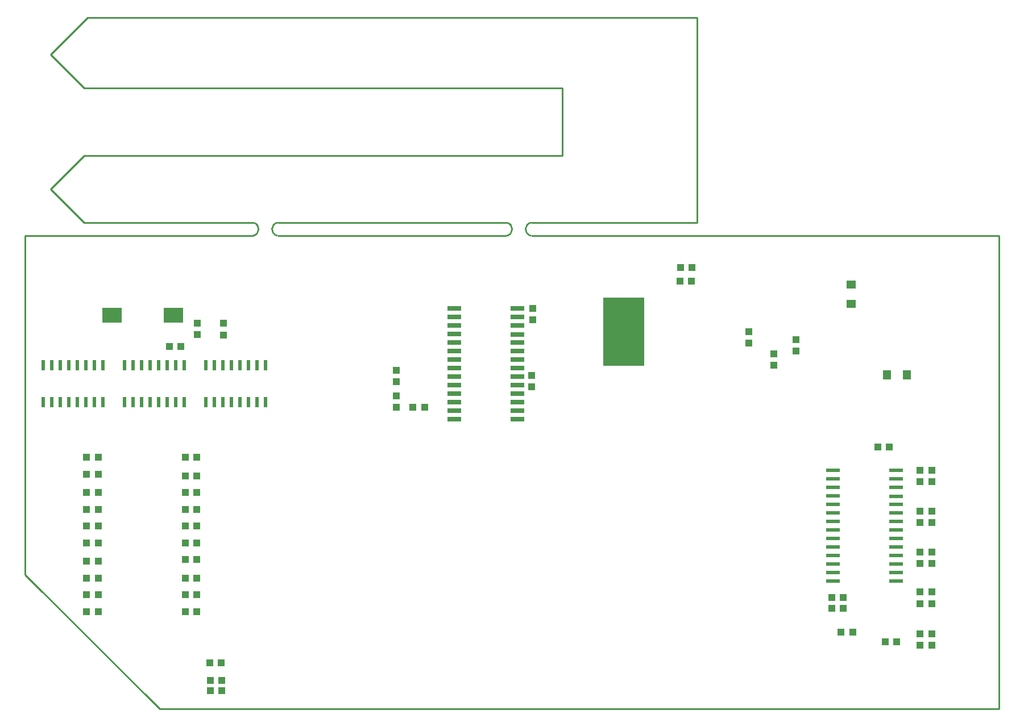
<source format=gtp>
%FSLAX25Y25*%
%MOIN*%
G70*
G01*
G75*
G04 Layer_Color=8421504*
%ADD10R,0.05118X0.05512*%
%ADD11R,0.05512X0.05118*%
%ADD12R,0.07874X0.02756*%
%ADD13R,0.03937X0.04331*%
%ADD14R,0.04331X0.03937*%
%ADD15R,0.11811X0.09055*%
%ADD16R,0.24016X0.40000*%
%ADD17R,0.07874X0.02362*%
%ADD18R,0.02362X0.06102*%
%ADD19C,0.03937*%
%ADD20C,0.01000*%
%ADD21C,0.02756*%
%ADD22C,0.05906*%
%ADD23C,0.01969*%
%ADD24C,0.07874*%
%ADD25C,0.01575*%
%ADD26C,0.27559*%
%ADD27C,0.07874*%
%ADD28O,0.05906X0.02953*%
%ADD29C,0.07087*%
%ADD30C,0.09843*%
%ADD31C,0.05906*%
%ADD32C,0.08661*%
%ADD33R,0.06299X0.06299*%
%ADD34C,0.06299*%
%ADD35R,0.06299X0.06299*%
%ADD36R,0.05906X0.05906*%
%ADD37C,0.04724*%
%ADD38C,0.01969*%
%ADD39R,0.05906X0.05906*%
%ADD40O,0.03937X0.07874*%
%ADD41O,0.07874X0.04331*%
%ADD42C,0.05000*%
%ADD43C,0.02756*%
%ADD44C,0.03543*%
%ADD45C,0.06693*%
D10*
X505315Y195866D02*
D03*
X516732D02*
D03*
D11*
X484252Y237598D02*
D03*
Y249016D02*
D03*
D12*
X288583Y234921D02*
D03*
X251575D02*
D03*
Y169921D02*
D03*
Y189921D02*
D03*
Y219921D02*
D03*
Y214921D02*
D03*
Y204921D02*
D03*
Y179921D02*
D03*
Y184921D02*
D03*
Y194921D02*
D03*
Y209921D02*
D03*
Y199921D02*
D03*
Y224921D02*
D03*
Y174921D02*
D03*
Y229921D02*
D03*
X288583D02*
D03*
Y174921D02*
D03*
Y224921D02*
D03*
Y199921D02*
D03*
Y209921D02*
D03*
Y194921D02*
D03*
Y184921D02*
D03*
Y219646D02*
D03*
Y179921D02*
D03*
Y204921D02*
D03*
Y214921D02*
D03*
Y189921D02*
D03*
Y169921D02*
D03*
D13*
X296850Y195669D02*
D03*
Y188976D02*
D03*
X297638Y228346D02*
D03*
Y235039D02*
D03*
X424213Y214567D02*
D03*
Y221260D02*
D03*
X531496Y61811D02*
D03*
Y68504D02*
D03*
X531496Y37402D02*
D03*
Y44094D02*
D03*
X524409D02*
D03*
Y37402D02*
D03*
Y68504D02*
D03*
Y61811D02*
D03*
Y140157D02*
D03*
Y133465D02*
D03*
X531496Y133465D02*
D03*
Y140157D02*
D03*
Y109449D02*
D03*
Y116142D02*
D03*
X524409Y116142D02*
D03*
Y109449D02*
D03*
X531496Y85433D02*
D03*
Y92126D02*
D03*
X524409D02*
D03*
Y85433D02*
D03*
X217520Y176969D02*
D03*
Y183661D02*
D03*
X217520Y198622D02*
D03*
Y191929D02*
D03*
X438976Y201772D02*
D03*
Y208465D02*
D03*
X116142Y219488D02*
D03*
Y226181D02*
D03*
X100787Y219685D02*
D03*
Y226378D02*
D03*
X451772Y216535D02*
D03*
Y209842D02*
D03*
D14*
X84646Y212598D02*
D03*
X91339D02*
D03*
X390748Y258858D02*
D03*
X384055D02*
D03*
X42717Y147638D02*
D03*
X36024D02*
D03*
X42717Y137795D02*
D03*
X36024D02*
D03*
X42717Y57087D02*
D03*
X36024D02*
D03*
X42717Y66929D02*
D03*
X36024D02*
D03*
X42717Y76772D02*
D03*
X36024D02*
D03*
X42717Y86614D02*
D03*
X36024D02*
D03*
X42717Y97441D02*
D03*
X36024D02*
D03*
X42717Y107283D02*
D03*
X36024D02*
D03*
X42717Y117126D02*
D03*
X36024D02*
D03*
X42717Y126969D02*
D03*
X36024D02*
D03*
X93898Y147638D02*
D03*
X100591D02*
D03*
X93898Y136811D02*
D03*
X100591D02*
D03*
X93898Y126969D02*
D03*
X100591D02*
D03*
X93898Y117126D02*
D03*
X100591D02*
D03*
X93898Y107283D02*
D03*
X100591D02*
D03*
X93898Y97441D02*
D03*
X100591D02*
D03*
X93898Y87598D02*
D03*
X100591D02*
D03*
X93898Y76772D02*
D03*
X100591D02*
D03*
X93898Y66929D02*
D03*
X100591D02*
D03*
X93898Y57087D02*
D03*
X100591D02*
D03*
X108661Y10630D02*
D03*
X115354D02*
D03*
X108661Y16535D02*
D03*
X115354D02*
D03*
X108268Y27165D02*
D03*
X114961D02*
D03*
X500000Y153543D02*
D03*
X506693D02*
D03*
X504331Y39370D02*
D03*
X511024D02*
D03*
X485039Y44882D02*
D03*
X478346D02*
D03*
X472835Y59055D02*
D03*
X479528D02*
D03*
X472835Y65354D02*
D03*
X479528D02*
D03*
X383858Y250984D02*
D03*
X390551D02*
D03*
X227362Y177165D02*
D03*
X234055D02*
D03*
D15*
X87008Y231102D02*
D03*
X50787D02*
D03*
D16*
X350787Y221260D02*
D03*
D17*
X510630Y75039D02*
D03*
Y95039D02*
D03*
Y120039D02*
D03*
Y110039D02*
D03*
Y85039D02*
D03*
Y124764D02*
D03*
Y90039D02*
D03*
Y100039D02*
D03*
Y115039D02*
D03*
Y105039D02*
D03*
Y130039D02*
D03*
Y80039D02*
D03*
Y135039D02*
D03*
X473622D02*
D03*
Y80039D02*
D03*
Y130039D02*
D03*
Y105039D02*
D03*
Y115039D02*
D03*
Y100039D02*
D03*
Y90039D02*
D03*
Y85039D02*
D03*
Y110039D02*
D03*
Y120039D02*
D03*
Y125039D02*
D03*
Y95039D02*
D03*
Y75039D02*
D03*
Y140039D02*
D03*
X510630D02*
D03*
D18*
X120728Y201575D02*
D03*
X125728D02*
D03*
X130728D02*
D03*
X135728D02*
D03*
X140728D02*
D03*
X115728D02*
D03*
X110728D02*
D03*
X105728D02*
D03*
Y179921D02*
D03*
X110728D02*
D03*
X115728D02*
D03*
X140728D02*
D03*
X135728D02*
D03*
X130728D02*
D03*
X125728D02*
D03*
X120728D02*
D03*
X73090Y201575D02*
D03*
X78091D02*
D03*
X83091D02*
D03*
X88090D02*
D03*
X93090D02*
D03*
X68090D02*
D03*
X63090D02*
D03*
X58091D02*
D03*
Y179921D02*
D03*
X63090D02*
D03*
X68090D02*
D03*
X93090D02*
D03*
X88090D02*
D03*
X83091D02*
D03*
X78091D02*
D03*
X73090D02*
D03*
X25453Y201575D02*
D03*
X30453D02*
D03*
X35453D02*
D03*
X40453D02*
D03*
X45453D02*
D03*
X20453D02*
D03*
X15453D02*
D03*
X10453D02*
D03*
Y179921D02*
D03*
X15453D02*
D03*
X20453D02*
D03*
X45453D02*
D03*
X40453D02*
D03*
X35453D02*
D03*
X30453D02*
D03*
X25453D02*
D03*
D20*
X282044Y277593D02*
G03*
X282549Y285299I-514J3903D01*
G01*
X296764Y285399D02*
G03*
X296259Y277693I514J-3903D01*
G01*
X148108Y285399D02*
G03*
X147603Y277693I514J-3903D01*
G01*
X133388Y277593D02*
G03*
X133893Y285299I-514J3903D01*
G01*
X148108Y277593D02*
X282010D01*
X148108Y285399D02*
X282456D01*
X-0Y277559D02*
X34Y277593D01*
X133388D01*
X34449Y285433D02*
X133800D01*
X14764Y305118D02*
X34449Y285433D01*
X14764Y305118D02*
X34449Y324803D01*
X314961D01*
Y364173D01*
X34449D02*
X314961D01*
X14764Y383858D02*
X34449Y364173D01*
X14764Y383858D02*
X36417Y405512D01*
X393701D01*
Y285433D02*
Y405512D01*
X393667Y285399D02*
X393701Y285433D01*
X296730Y285399D02*
X393667D01*
X296730Y277593D02*
X393667D01*
X393701Y277559D01*
X570866D01*
X570866Y277559D01*
Y0D02*
Y277559D01*
X78740Y0D02*
X570866D01*
X-0Y78740D02*
X78740Y0D01*
X-0Y78740D02*
Y277559D01*
M02*

</source>
